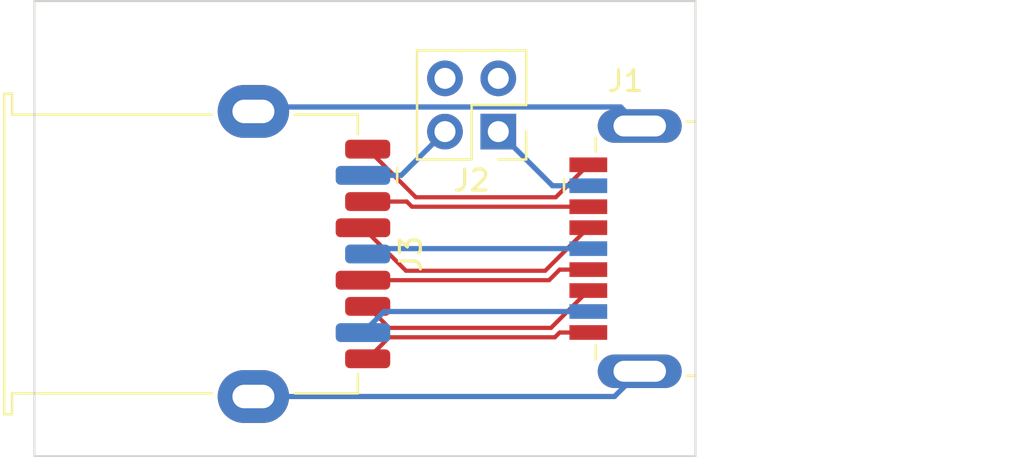
<source format=kicad_pcb>
(kicad_pcb (version 20211014) (generator pcbnew)
  (layers (0 "F.Cu" signal) (1 "In1.Cu" signal) (2 "In2.Cu" signal) (31 "B.Cu" signal) (34 "B.Paste" user) (35 "F.Paste" user) (36 "B.SilkS" user "B.Silkscreen") (37 "F.SilkS" user "F.Silkscreen") (38 "B.Mask" user) (39 "F.Mask" user) (44 "Edge.Cuts" user))
  (net 0 "")
  (net 1 "+5V")
  (net 2 "/USB3_TX+")
  (net 3 "/USB3_TX-")
  (net 4 "/USB3_RX+")
  (net 5 "/USB3_RX-")
  (net 6 "Net-(J1-Pad7)")
  (net 7 "/USB2_D+")
  (net 8 "/USB2_D-")
  (net 9 "Net-(J1-Pad10)")
  (net 10 "Net-(J2-Pad2)")
  (net 11 "Net-(J1-Pad4)")
  (footprint "Connector_USB:USB3_A_Plug_Wuerth_692112030100_Horizontal" (layer "F.Cu") (at 100.05 64.516)
    (fp_text reference "J1" (at 0 -8) (layer "F.SilkS"))
    (fp_text value "USB3_A")
    (fp_line (start 3.315 -6.06) (end 2.915 -6.06) (layer "F.SilkS") (width 0.12))
    (fp_line (start 3.315 6.06) (end 2.915 6.06) (layer "F.SilkS") (width 0.12))
    (fp_line (start -1.425 4.61) (end -1.425 5.29) (layer "F.SilkS") (width 0.12))
    (fp_line (start -1.425 -4.61) (end -1.425 -5.29) (layer "F.SilkS") (width 0.12))
    (fp_line (start -2.935 -2.7) (end -2.935 -3.3) (layer "F.SilkS") (width 0.12))
    (pad "" np_thru_hole circle (at 0.675 2.25 90) (size 1.1 1.1) (drill 1.1) (layers *.Cu *.Mask))
    (pad "" np_thru_hole circle (at 0.675 -2.25 90) (size 1.1 1.1) (drill 1.1) (layers *.Cu *.Mask))
    (pad "1" smd rect (at -1.775 -3 90) (size 0.7 1.8) (layers "B.Cu" "F.Paste" "F.Mask") (net 1 "+5V"))
    (pad "2" smd rect (at -1.775 -1 90) (size 0.7 1.8) (layers "F.Cu" "F.Paste" "F.Mask") (net 8 "/USB2_D-"))
    (pad "3" smd rect (at -1.775 1 90) (size 0.7 1.8) (layers "F.Cu" "F.Paste" "F.Mask") (net 7 "/USB2_D+"))
    (pad "4" smd rect (at -1.775 3 90) (size 0.7 1.8) (layers "B.Cu" "F.Paste" "F.Mask") (net 11 "Net-(J1-Pad4)"))
    (pad "5" smd rect (at -1.775 4 90) (size 0.7 1.8) (layers "F.Cu" "F.Paste" "F.Mask") (net 5 "/USB3_RX-"))
    (pad "6" smd rect (at -1.775 2 90) (size 0.7 1.8) (layers "F.Cu" "F.Paste" "F.Mask") (net 4 "/USB3_RX+"))
    (pad "7" smd rect (at -1.775 0 90) (size 0.7 1.8) (layers "B.Cu" "F.Paste" "F.Mask") (net 6 "Net-(J1-Pad7)"))
    (pad "8" smd rect (at -1.775 -2 90) (size 0.7 1.8) (layers "F.Cu" "F.Paste" "F.Mask") (net 3 "/USB3_TX-"))
    (pad "9" smd rect (at -1.775 -4) (size 1.8 0.7) (layers "F.Cu" "F.Paste" "F.Mask") (net 2 "/USB3_TX+"))
    (pad "10" thru_hole oval (at 0.675 5.85 90) (size 1.6 4) (drill oval 1 2.5) (layers *.Cu *.Mask) (net 9 "Net-(J1-Pad10)"))
    (pad "10" thru_hole oval (at 0.675 -5.85 90) (size 1.6 4) (drill oval 1 2.5) (layers *.Cu *.Mask) (net 9 "Net-(J1-Pad10)"))
  )
  (footprint "Connector_PinHeader_2.54mm:PinHeader_2x02_P2.54mm_Vertical" (layer "F.Cu") (at 93.985 58.933 180)
    (fp_text reference "J2" (at 1.27 -2.33) (layer "F.SilkS"))
    (fp_text value "Conn_02x02_Odd_Even")
    (fp_line (start -1.33 3.87) (end 3.87 3.87) (layer "F.SilkS") (width 0.12))
    (fp_line (start -1.33 1.27) (end -1.33 3.87) (layer "F.SilkS") (width 0.12))
    (fp_line (start -1.33 0) (end -1.33 -1.33) (layer "F.SilkS") (width 0.12))
    (fp_line (start 3.87 -1.33) (end 3.87 3.87) (layer "F.SilkS") (width 0.12))
    (fp_line (start 1.27 1.27) (end 1.27 -1.33) (layer "F.SilkS") (width 0.12))
    (fp_line (start 1.27 -1.33) (end 3.87 -1.33) (layer "F.SilkS") (width 0.12))
    (fp_line (start -1.33 1.27) (end 1.27 1.27) (layer "F.SilkS") (width 0.12))
    (fp_line (start -1.33 -1.33) (end 0 -1.33) (layer "F.SilkS") (width 0.12))
    (pad "1" thru_hole rect (at 0 0 180) (size 1.7 1.7) (drill 1) (layers *.Cu *.Mask) (net 1 "+5V"))
    (pad "2" thru_hole oval (at 2.54 0 180) (size 1.7 1.7) (drill 1) (layers *.Cu *.Mask) (net 10 "Net-(J2-Pad2)"))
    (pad "3" thru_hole oval (at 0 2.54 180) (size 1.7 1.7) (drill 1) (layers *.Cu *.Mask) (net 1 "+5V"))
    (pad "4" thru_hole oval (at 2.54 2.54 180) (size 1.7 1.7) (drill 1) (layers *.Cu *.Mask) (net 10 "Net-(J2-Pad2)"))
  )
  (footprint "Connector_USB:USB3_A_Receptacle_Wuerth_692122030100" (layer "F.Cu") (at 78.867 64.77 -90)
    (fp_text reference "J3" (at 0 -10.95 90) (layer "F.SilkS"))
    (fp_text value "USB3_A")
    (fp_line (start -5.725 -8.425) (end -6.65 -8.425) (layer "F.SilkS") (width 0.12))
    (fp_line (start -6.65 8.05) (end -6.65 -1.475) (layer "F.SilkS") (width 0.12))
    (fp_line (start 5.725 -8.425) (end 6.65 -8.425) (layer "F.SilkS") (width 0.12))
    (fp_line (start -6.65 -8.425) (end -6.65 -5.425) (layer "F.SilkS") (width 0.12))
    (fp_line (start -3.4 -10.3) (end -4.1 -10.3) (layer "F.SilkS") (width 0.12))
    (fp_line (start 6.65 8.05) (end 6.65 -1.475) (layer "F.SilkS") (width 0.12))
    (fp_line (start -7.65 8.425) (end -7.65 8.05) (layer "F.SilkS") (width 0.12))
    (fp_line (start -7.65 8.05) (end -6.65 8.05) (layer "F.SilkS") (width 0.12))
    (fp_line (start 6.65 -8.425) (end 6.65 -5.425) (layer "F.SilkS") (width 0.12))
    (fp_line (start -7.65 8.425) (end 7.65 8.425) (layer "F.SilkS") (width 0.12))
    (fp_line (start 7.65 8.425) (end 7.65 8.05) (layer "F.SilkS") (width 0.12))
    (fp_line (start 7.65 8.05) (end 6.65 8.05) (layer "F.SilkS") (width 0.12))
    (pad "" np_thru_hole circle (at 3.4 -3.45 270) (size 2 2) (drill 2) (layers F&B.Cu *.Mask))
    (pad "" np_thru_hole circle (at -3.4 -3.45 270) (size 2 2) (drill 2) (layers F&B.Cu *.Mask))
    (pad "1" smd roundrect (at -3.75 -8.67 270) (size 0.9 2.6) (layers "B.Cu" "F.Paste" "F.Mask") (net 10 "Net-(J2-Pad2)"))
    (pad "2" smd roundrect (at -1.25 -8.67 270) (size 0.9 2.6) (layers "F.Cu" "F.Paste" "F.Mask") (net 8 "/USB2_D-"))
    (pad "3" smd roundrect (at 1.25 -8.67 270) (size 0.9 2.6) (layers "F.Cu" "F.Paste" "F.Mask") (net 7 "/USB2_D+"))
    (pad "4" smd roundrect (at 3.75 -8.67 270) (size 0.9 2.6) (layers "B.Cu" "F.Paste" "F.Mask") (net 11 "Net-(J1-Pad4)"))
    (pad "5" smd roundrect (at 5 -8.895 270) (size 0.9 2.15) (layers "F.Cu" "F.Paste" "F.Mask") (net 5 "/USB3_RX-"))
    (pad "6" smd roundrect (at 2.5 -8.895 270) (size 0.9 2.15) (layers "F.Cu" "F.Paste" "F.Mask") (net 4 "/USB3_RX+"))
    (pad "7" smd roundrect (at 0 -8.895 270) (size 0.9 2.15) (layers "B.Cu" "F.Paste" "F.Mask") (net 6 "Net-(J1-Pad7)"))
    (pad "8" smd roundrect (at -2.5 -8.895 270) (size 0.9 2.15) (layers "F.Cu" "F.Paste" "F.Mask") (net 3 "/USB3_TX-"))
    (pad "9" smd roundrect (at -5 -8.895 270) (size 0.9 2.15) (layers "F.Cu" "F.Paste" "F.Mask") (net 2 "/USB3_TX+"))
    (pad "10" thru_hole oval (at 6.8 -3.45 270) (size 2.52 3.4) (drill oval 1.12 2) (layers *.Cu *.Mask) (net 9 "Net-(J1-Pad10)"))
    (pad "10" thru_hole oval (at -6.8 -3.45 270) (size 2.52 3.4) (drill oval 1.12 2) (layers *.Cu *.Mask) (net 9 "Net-(J1-Pad10)"))
  )
  (gr_rect (start 103.378 52.705) (end 71.882 74.422) (layer "Edge.Cuts") (width 0.1) (fill none))
  (segment (start 96.568 61.516) (end 93.985 58.933) (width 0.25) (layer "B.Cu") (net 1))
  (segment (start 98.275 61.516) (end 96.568 61.516) (width 0.25) (layer "B.Cu") (net 1))
  (segment (start 90.057999 62.065999) (end 87.762 59.77) (width 0.2) (layer "F.Cu") (net 2))
  (segment (start 98.275 60.516) (end 96.725001 62.065999) (width 0.2) (layer "F.Cu") (net 2))
  (segment (start 96.725001 62.065999) (end 90.057999 62.065999) (width 0.2) (layer "F.Cu") (net 2))
  (segment (start 89.625603 62.27) (end 87.762 62.27) (width 0.2) (layer "F.Cu") (net 3))
  (segment (start 98.275 62.516) (end 89.871603 62.516) (width 0.2) (layer "F.Cu") (net 3))
  (segment (start 89.871603 62.516) (end 89.625603 62.27) (width 0.2) (layer "F.Cu") (net 3))
  (segment (start 88.786999 68.294999) (end 87.762 67.27) (width 0.2) (layer "F.Cu") (net 4))
  (segment (start 96.496001 68.294999) (end 88.786999 68.294999) (width 0.2) (layer "F.Cu") (net 4))
  (segment (start 98.275 66.516) (end 96.496001 68.294999) (width 0.2) (layer "F.Cu") (net 4))
  (segment (start 98.275 68.516) (end 96.911397 68.516) (width 0.2) (layer "F.Cu") (net 5))
  (segment (start 88.786999 68.745001) (end 87.762 69.77) (width 0.2) (layer "F.Cu") (net 5))
  (segment (start 96.682396 68.745001) (end 88.786999 68.745001) (width 0.2) (layer "F.Cu") (net 5))
  (segment (start 96.911397 68.516) (end 96.682396 68.745001) (width 0.2) (layer "F.Cu") (net 5))
  (segment (start 88.016 64.516) (end 87.762 64.77) (width 0.25) (layer "B.Cu") (net 6))
  (segment (start 98.275 64.516) (end 88.016 64.516) (width 0.25) (layer "B.Cu") (net 6))
  (segment (start 98.275 65.516) (end 96.911397 65.516) (width 0.2) (layer "F.Cu") (net 7))
  (segment (start 96.407397 66.02) (end 87.537 66.02) (width 0.2) (layer "F.Cu") (net 7))
  (segment (start 96.911397 65.516) (end 96.407397 66.02) (width 0.2) (layer "F.Cu") (net 7))
  (segment (start 96.221001 65.569999) (end 89.586999 65.569999) (width 0.2) (layer "F.Cu") (net 8))
  (segment (start 98.275 63.516) (end 96.221001 65.569999) (width 0.2) (layer "F.Cu") (net 8))
  (segment (start 89.586999 65.569999) (end 87.537 63.52) (width 0.2) (layer "F.Cu") (net 8))
  (segment (start 82.317 71.57) (end 99.521 71.57) (width 0.25) (layer "B.Cu") (net 9))
  (segment (start 82.529 57.758) (end 82.317 57.97) (width 0.25) (layer "B.Cu") (net 9))
  (segment (start 99.521 71.57) (end 100.725 70.366) (width 0.25) (layer "B.Cu") (net 9))
  (segment (start 100.725 58.666) (end 99.817 57.758) (width 0.25) (layer "B.Cu") (net 9))
  (segment (start 99.817 57.758) (end 82.529 57.758) (width 0.25) (layer "B.Cu") (net 9))
  (segment (start 87.537 61.02) (end 89.358 61.02) (width 0.25) (layer "B.Cu") (net 10))
  (segment (start 89.358 61.02) (end 91.445 58.933) (width 0.25) (layer "B.Cu") (net 10))
  (segment (start 98.275 67.516) (end 88.541 67.516) (width 0.25) (layer "B.Cu") (net 11))
  (segment (start 88.541 67.516) (end 87.537 68.52) (width 0.25) (layer "B.Cu") (net 11))
)
</source>
